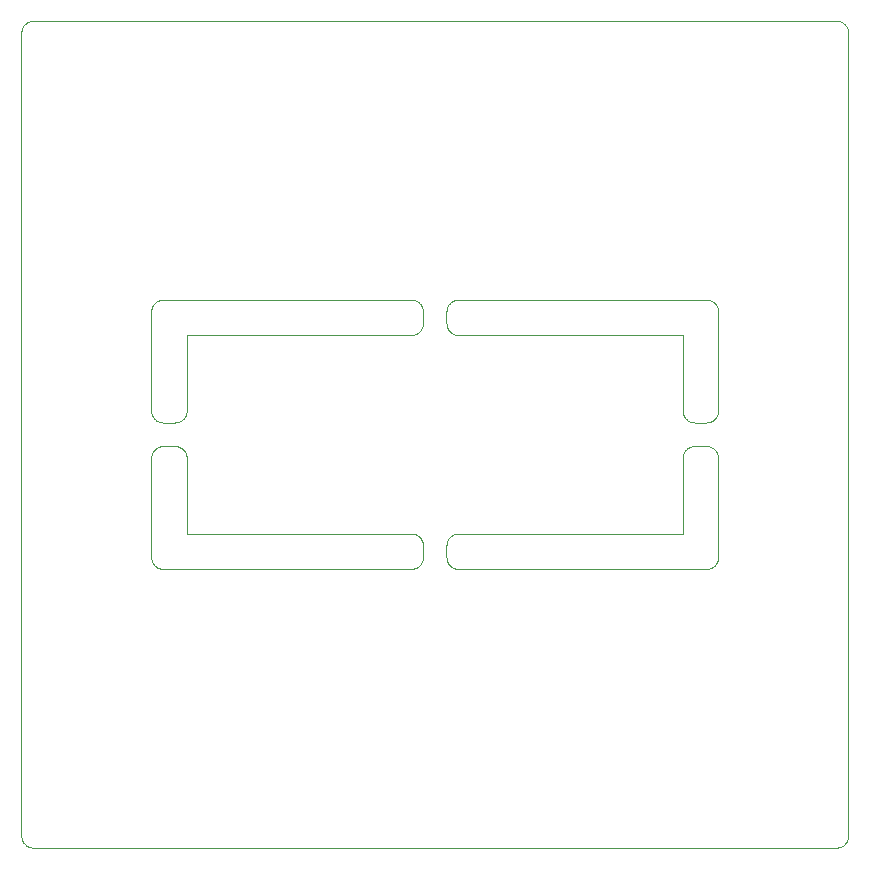
<source format=gm1>
G04 #@! TF.GenerationSoftware,KiCad,Pcbnew,8.0.7*
G04 #@! TF.CreationDate,2025-01-10T19:55:37-05:00*
G04 #@! TF.ProjectId,panel,70616e65-6c2e-46b6-9963-61645f706362,rev?*
G04 #@! TF.SameCoordinates,Original*
G04 #@! TF.FileFunction,Profile,NP*
%FSLAX46Y46*%
G04 Gerber Fmt 4.6, Leading zero omitted, Abs format (unit mm)*
G04 Created by KiCad (PCBNEW 8.0.7) date 2025-01-10 19:55:37*
%MOMM*%
%LPD*%
G01*
G04 APERTURE LIST*
G04 #@! TA.AperFunction,Profile*
%ADD10C,0.100000*%
G04 #@! TD*
G04 APERTURE END LIST*
D10*
X58989187Y-36852416D02*
X58995189Y-36901080D01*
X69012257Y-69999397D02*
X69085759Y-69995786D01*
X58980804Y-24404104D02*
X58989187Y-24452416D01*
X11443985Y-33831637D02*
X11403896Y-33803404D01*
X33998796Y-45450018D02*
X33995189Y-45498919D01*
X13998796Y-36949981D02*
X14000000Y-36999012D01*
X13514588Y-36142129D02*
X13556014Y-36168362D01*
X33634758Y-46173237D02*
X33596103Y-46203404D01*
X11901080Y-33995189D02*
X11852416Y-33989187D01*
X36756262Y-46370060D02*
X36709005Y-46356983D01*
X36029939Y-25843737D02*
X36019195Y-25795895D01*
X69110132Y-6612D02*
X69098012Y-5117D01*
X69545064Y-69837766D02*
X69555382Y-69831232D01*
X11010812Y-36852416D02*
X11019195Y-36804104D01*
X13098919Y-33995189D02*
X13050018Y-33998796D01*
X11043016Y-45690994D02*
X11029939Y-45643737D01*
X17417Y-69182974D02*
X19505Y-69195007D01*
X58050018Y-36001203D02*
X58098919Y-36004810D01*
X69982586Y-69182950D02*
X69993383Y-69110156D01*
X13050018Y-36001203D02*
X13098919Y-36004810D01*
X69301839Y-69952805D02*
X69371128Y-69928014D01*
X709826Y-69956658D02*
X721596Y-69959916D01*
X11142129Y-45914588D02*
X11117960Y-45871925D01*
X56662447Y-33941602D02*
X56616699Y-33923955D01*
X69994887Y-69097963D02*
X69995785Y-69085783D01*
X58556014Y-36168362D02*
X58596103Y-36196595D01*
X36901080Y-23604810D02*
X36949981Y-23601203D01*
X58941602Y-24262447D02*
X58956983Y-24309005D01*
X902036Y-69994887D02*
X914216Y-69995785D01*
X5117Y-69098012D02*
X6612Y-69110132D01*
X33243737Y-46370060D02*
X33195895Y-46380804D01*
X36258790Y-43728112D02*
X36292600Y-43692600D01*
X11709005Y-33956983D02*
X11662447Y-33941602D01*
X69982582Y-817025D02*
X69980494Y-804992D01*
X58147583Y-23610812D02*
X58195895Y-23619195D01*
X36292600Y-26307399D02*
X36258790Y-26271887D01*
X58098919Y-46395189D02*
X58050018Y-46398796D01*
X58707399Y-36292600D02*
X58741209Y-36328112D01*
X33556014Y-46231637D02*
X33514588Y-46257870D01*
X58634758Y-36226762D02*
X58671887Y-36258790D01*
X36999012Y-26600000D02*
X36949981Y-26598796D01*
X36168362Y-24043985D02*
X36196595Y-24003896D01*
X301968Y-284668D02*
X293123Y-293089D01*
X36365241Y-46173237D02*
X36328112Y-46141209D01*
X11019195Y-33195895D02*
X11010812Y-33147583D01*
X33514588Y-26457870D02*
X33471925Y-26482039D01*
X219693Y-69624555D02*
X227207Y-69634182D01*
X11443985Y-36168362D02*
X11485411Y-36142129D01*
X33995189Y-25698919D02*
X33989187Y-25747583D01*
X58195895Y-23619195D02*
X58243737Y-23629939D01*
X227238Y-69634220D02*
X235214Y-69643468D01*
X43341Y-709826D02*
X40083Y-721596D01*
X889843Y-6616D02*
X817049Y-17413D01*
X13970060Y-36756262D02*
X13980804Y-36804104D01*
X33671887Y-26341209D02*
X33634758Y-26373237D01*
X36043016Y-44109005D02*
X36058397Y-44062447D01*
X13923955Y-36616699D02*
X13941602Y-36662447D01*
X235231Y-69643486D02*
X284651Y-69698013D01*
X889867Y-69993387D02*
X901987Y-69994882D01*
X13556014Y-33831637D02*
X13514588Y-33857870D01*
X36365241Y-23826762D02*
X36403896Y-23796595D01*
X518098Y-69875624D02*
X528723Y-69881643D01*
X793005Y-22196D02*
X721619Y-40077D01*
X36019195Y-25795895D02*
X36010812Y-25747583D01*
X11292600Y-33707399D02*
X11258790Y-33671887D01*
X69980494Y-69195007D02*
X69982582Y-69182974D01*
X58882039Y-36528074D02*
X58904085Y-36571872D01*
X13243737Y-36029939D02*
X13290994Y-36043016D01*
X56365241Y-36226762D02*
X56403896Y-36196595D01*
X36196595Y-43803896D02*
X36226762Y-43765241D01*
X58998796Y-36949981D02*
X59000000Y-36999012D01*
X33707399Y-43692600D02*
X33741209Y-43728112D01*
X13882039Y-36528074D02*
X13904085Y-36571872D01*
X56804104Y-33980804D02*
X56756262Y-33970060D01*
X58803404Y-24003896D02*
X58831637Y-24043985D01*
X58857870Y-24085411D02*
X58882039Y-24128074D01*
X11443985Y-46231637D02*
X11403896Y-46203404D01*
X33923955Y-25983300D02*
X33904085Y-26028127D01*
X58904085Y-33428127D02*
X58882039Y-33471925D01*
X33383300Y-46323955D02*
X33337552Y-46341602D01*
X58741209Y-33671887D02*
X58707399Y-33707399D01*
X11403896Y-36196595D02*
X11443985Y-36168362D01*
X36528074Y-43517960D02*
X36571872Y-43495914D01*
X13514588Y-33857870D02*
X13471925Y-33882039D01*
X33923955Y-24216699D02*
X33941602Y-24262447D01*
X11999012Y-46400000D02*
X11949981Y-46398796D01*
X69824158Y-434572D02*
X69780321Y-375464D01*
X58634758Y-23826762D02*
X58671887Y-23858790D01*
X13741209Y-36328112D02*
X13773237Y-36365241D01*
X56058397Y-33337552D02*
X56043016Y-33290994D01*
X11328112Y-33741209D02*
X11292600Y-33707399D01*
X11949981Y-36001203D02*
X11999012Y-36000000D01*
X36001203Y-44349981D02*
X36004810Y-44301080D01*
X11019195Y-45595895D02*
X11010812Y-45547583D01*
X56043016Y-33290994D02*
X56029939Y-33243737D01*
X69382545Y-76389D02*
X69371151Y-71994D01*
X58995189Y-36901080D02*
X58998796Y-36949981D01*
X36949981Y-23601203D02*
X36999012Y-23600000D01*
X36095914Y-24171872D02*
X36117960Y-24128074D01*
X58941602Y-33337552D02*
X58923955Y-33383300D01*
X36756262Y-23629939D02*
X36804104Y-23619195D01*
X13941602Y-33337552D02*
X13923955Y-33383300D01*
X11852416Y-46389187D02*
X11804104Y-46380804D01*
X58050018Y-23601203D02*
X58098919Y-23604810D01*
X33147583Y-23610812D02*
X33195895Y-23619195D01*
X817049Y-69982586D02*
X889843Y-69993383D01*
X58383300Y-33923955D02*
X58337552Y-33941602D01*
X5112Y-902036D02*
X4214Y-914216D01*
X14000000Y-33000987D02*
X13998796Y-33050018D01*
X36571872Y-43495914D02*
X36616699Y-43476044D01*
X11010812Y-24452416D02*
X11019195Y-24404104D01*
X11571872Y-23695914D02*
X11616699Y-23676044D01*
X11616699Y-33923955D02*
X11571872Y-33904085D01*
X58471925Y-33882039D02*
X58428127Y-33904085D01*
X11949981Y-23601203D02*
X11999012Y-23600000D01*
X69881643Y-528723D02*
X69875624Y-518098D01*
X14000000Y-36999012D02*
X14000000Y-43387727D01*
X56029939Y-36756262D02*
X56043016Y-36709005D01*
X69371128Y-71985D02*
X69301839Y-47194D01*
X56852416Y-33989187D02*
X56804104Y-33980804D01*
X36004810Y-25698919D02*
X36001203Y-25650018D01*
X36485411Y-23742129D02*
X36528074Y-23717960D01*
X33243737Y-43429939D02*
X33290994Y-43443016D01*
X13904085Y-36571872D02*
X13923955Y-36616699D01*
X58998796Y-33050018D02*
X58995189Y-33098919D01*
X36117960Y-24128074D02*
X36142129Y-24085411D01*
X36485411Y-46257870D02*
X36443985Y-46231637D01*
X58970060Y-36756262D02*
X58980804Y-36804104D01*
X11043016Y-33290994D02*
X11029939Y-33243737D01*
X58882039Y-33471925D02*
X58857870Y-33514588D01*
X58923955Y-45783300D02*
X58904085Y-45828127D01*
X58741209Y-36328112D02*
X58773237Y-36365241D01*
X33956983Y-25890994D02*
X33941602Y-25937552D01*
X33741209Y-46071887D02*
X33707399Y-46107399D01*
X69182950Y-17413D02*
X69110156Y-6616D01*
X36571872Y-26504085D02*
X36528074Y-26482039D01*
X56000000Y-43387727D02*
X56000000Y-36999012D01*
X58831637Y-45956014D02*
X58803404Y-45996103D01*
X58634758Y-46173237D02*
X58596103Y-46203404D01*
X56010812Y-36852416D02*
X56019195Y-36804104D01*
X56709005Y-36043016D02*
X56756262Y-36029939D01*
X58773237Y-33634758D02*
X58741209Y-33671887D01*
X11001203Y-24549981D02*
X11004810Y-24501080D01*
X69999397Y-987742D02*
X69995786Y-914240D01*
X58980804Y-33195895D02*
X58970060Y-33243737D01*
X118356Y-69471276D02*
X124375Y-69481901D01*
X36004810Y-44301080D02*
X36010812Y-44252416D01*
X58290994Y-46356983D02*
X58243737Y-46370060D01*
X13773237Y-36365241D02*
X13803404Y-36403896D01*
X617409Y-76408D02*
X606244Y-81357D01*
X58147583Y-36010812D02*
X58195895Y-36019195D01*
X33050018Y-26598796D02*
X33000987Y-26600000D01*
X56095914Y-33428127D02*
X56076044Y-33383300D01*
X56076044Y-33383300D02*
X56058397Y-33337552D01*
X11365241Y-23826762D02*
X11403896Y-23796595D01*
X56616699Y-36076044D02*
X56662447Y-36058397D01*
X33882039Y-24128074D02*
X33904085Y-24171872D01*
X69887157Y-539675D02*
X69881666Y-528767D01*
X124388Y-69481923D02*
X162221Y-69545043D01*
X69206994Y-69977803D02*
X69278380Y-69959922D01*
X69195055Y-69980484D02*
X69206971Y-69977808D01*
X58471925Y-23717960D02*
X58514588Y-23742129D01*
X68987727Y0D02*
X1012272Y0D01*
X11403896Y-46203404D02*
X11365241Y-46173237D01*
X36616699Y-23676044D02*
X36662447Y-23658397D01*
X56258790Y-33671887D02*
X56226762Y-33634758D01*
X56403896Y-36196595D02*
X56443985Y-36168362D01*
X36117960Y-45871925D02*
X36095914Y-45828127D01*
X13290994Y-36043016D02*
X13337552Y-36058397D01*
X58995189Y-45498919D02*
X58989187Y-45547583D01*
X69471276Y-69881643D02*
X69481901Y-69875624D01*
X11196595Y-45996103D02*
X11168362Y-45956014D01*
X33000987Y-26600000D02*
X14012272Y-26600000D01*
X11095914Y-33428127D02*
X11076044Y-33383300D01*
X69471232Y-118333D02*
X69460324Y-112842D01*
X11901080Y-36004810D02*
X11949981Y-36001203D01*
X11662447Y-46341602D02*
X11616699Y-46323955D01*
X11756262Y-33970060D02*
X11709005Y-33956983D01*
X11168362Y-45956014D02*
X11142129Y-45914588D01*
X33514588Y-46257870D02*
X33471925Y-46282039D01*
X58995189Y-24501080D02*
X58998796Y-24549981D01*
X33195895Y-26580804D02*
X33147583Y-26589187D01*
X0Y-1012272D02*
X0Y-68987727D01*
X69393755Y-81357D02*
X69382590Y-76408D01*
X56443985Y-33831637D02*
X56403896Y-33803404D01*
X58195895Y-46380804D02*
X58147583Y-46389187D01*
X69643486Y-69764768D02*
X69698013Y-69715348D01*
X11999012Y-36000000D02*
X13000987Y-36000000D01*
X19515Y-69195055D02*
X22191Y-69206971D01*
X36709005Y-43443016D02*
X36756262Y-43429939D01*
X56328112Y-33741209D02*
X56292600Y-33707399D01*
X58428127Y-46304085D02*
X58383300Y-46323955D01*
X58596103Y-46203404D02*
X58556014Y-46231637D01*
X58707399Y-46107399D02*
X58671887Y-46141209D01*
X58243737Y-36029939D02*
X58290994Y-36043016D01*
X40077Y-721619D02*
X22196Y-793005D01*
X13831637Y-36443985D02*
X13857870Y-36485411D01*
X33941602Y-24262447D02*
X33956983Y-24309005D01*
X11804104Y-46380804D02*
X11756262Y-46370060D01*
X56226762Y-36365241D02*
X56258790Y-36328112D01*
X56403896Y-33803404D02*
X56365241Y-33773237D01*
X11029939Y-33243737D02*
X11019195Y-33195895D01*
X14000000Y-43387752D02*
X14000270Y-43398754D01*
X69831205Y-444576D02*
X69824173Y-434592D01*
X58000987Y-34000000D02*
X56999012Y-34000000D01*
X69980484Y-804944D02*
X69977808Y-793028D01*
X13857870Y-36485411D02*
X13882039Y-36528074D01*
X365817Y-69772792D02*
X375444Y-69780306D01*
X33556014Y-43568362D02*
X33596103Y-43596595D01*
X58773237Y-23965241D02*
X58803404Y-24003896D01*
X33980804Y-44204104D02*
X33989187Y-44252416D01*
X4214Y-69085783D02*
X5112Y-69097963D01*
X68987752Y-69999999D02*
X69012233Y-69999398D01*
X33904085Y-24171872D02*
X33923955Y-24216699D01*
X36043016Y-24309005D02*
X36058397Y-24262447D01*
X33857870Y-26114588D02*
X33831637Y-26156014D01*
X56095914Y-36571872D02*
X56117960Y-36528074D01*
X33671887Y-46141209D02*
X33634758Y-46173237D01*
X56485411Y-36142129D02*
X56528074Y-36117960D01*
X69012233Y-601D02*
X68987752Y0D01*
X36709005Y-26556983D02*
X36662447Y-26541602D01*
X33000987Y-23600000D02*
X33050018Y-23601203D01*
X33671887Y-43658790D02*
X33707399Y-43692600D01*
X69956644Y-709779D02*
X69952813Y-698183D01*
X11709005Y-36043016D02*
X11756262Y-36029939D01*
X58195895Y-33980804D02*
X58147583Y-33989187D01*
X33998796Y-24549981D02*
X34000000Y-24599012D01*
X36328112Y-23858790D02*
X36365241Y-23826762D01*
X33290994Y-46356983D02*
X33243737Y-46370060D01*
X33857870Y-24085411D02*
X33882039Y-24128074D01*
X58707399Y-33707399D02*
X58671887Y-33741209D01*
X36058397Y-25937552D02*
X36043016Y-25890994D01*
X14000000Y-26612272D02*
X14000000Y-33000987D01*
X69780321Y-69624535D02*
X69824158Y-69565427D01*
X69780306Y-375444D02*
X69772792Y-365817D01*
X33904085Y-26028127D02*
X33882039Y-26071925D01*
X69278380Y-40077D02*
X69206994Y-22196D01*
X33803404Y-45996103D02*
X33773237Y-46034758D01*
X58556014Y-33831637D02*
X58514588Y-33857870D01*
X11058397Y-33337552D02*
X11043016Y-33290994D01*
X36528074Y-23717960D02*
X36571872Y-23695914D01*
X13882039Y-33471925D02*
X13857870Y-33514588D01*
X56365241Y-33773237D02*
X56328112Y-33741209D01*
X69952805Y-698160D02*
X69928014Y-628871D01*
X11949981Y-33998796D02*
X11901080Y-33995189D01*
X36142129Y-43885411D02*
X36168362Y-43843985D01*
X36043016Y-25890994D02*
X36029939Y-25843737D01*
X11117960Y-33471925D02*
X11095914Y-33428127D01*
X11000000Y-36999012D02*
X11001203Y-36949981D01*
X56117960Y-36528074D02*
X56142129Y-36485411D01*
X539697Y-69887168D02*
X606222Y-69918632D01*
X69545043Y-162221D02*
X69481923Y-124388D01*
X13098919Y-36004810D02*
X13147583Y-36010812D01*
X33707399Y-23892600D02*
X33741209Y-23928112D01*
X13147583Y-33989187D02*
X13098919Y-33995189D01*
X58707399Y-23892600D02*
X58741209Y-23928112D01*
X33831637Y-45956014D02*
X33803404Y-45996103D01*
X11095914Y-45828127D02*
X11076044Y-45783300D01*
X36117960Y-26071925D02*
X36095914Y-26028127D01*
X13998796Y-33050018D02*
X13995189Y-33098919D01*
X33428127Y-23695914D02*
X33471925Y-23717960D01*
X33882039Y-43928074D02*
X33904085Y-43971872D01*
X56196595Y-36403896D02*
X56226762Y-36365241D01*
X34000000Y-24599012D02*
X34000000Y-25600987D01*
X33707399Y-26307399D02*
X33671887Y-26341209D01*
X36403896Y-23796595D02*
X36443985Y-23768362D01*
X71985Y-628871D02*
X47194Y-698160D01*
X36095914Y-45828127D02*
X36076044Y-45783300D01*
X69706876Y-293089D02*
X69698031Y-284668D01*
X13980804Y-36804104D02*
X13989187Y-36852416D01*
X33195895Y-43419195D02*
X33243737Y-43429939D01*
X11058397Y-36662447D02*
X11076044Y-36616699D01*
X36571872Y-23695914D02*
X36616699Y-23676044D01*
X13596103Y-36196595D02*
X13634758Y-36226762D01*
X11949981Y-46398796D02*
X11901080Y-46395189D01*
X36443985Y-26431637D02*
X36403896Y-26403404D01*
X69923591Y-617409D02*
X69918642Y-606244D01*
X58671887Y-46141209D02*
X58634758Y-46173237D01*
X81367Y-69393777D02*
X112831Y-69460302D01*
X58000987Y-23600000D02*
X58050018Y-23601203D01*
X13337552Y-33941602D02*
X13290994Y-33956983D01*
X11095914Y-24171872D02*
X11117960Y-24128074D01*
X33970060Y-45643737D02*
X33956983Y-45690994D01*
X58514588Y-46257870D02*
X58471925Y-46282039D01*
X13195895Y-36019195D02*
X13243737Y-36029939D01*
X69555382Y-168767D02*
X69545064Y-162233D01*
X33337552Y-43458397D02*
X33383300Y-43476044D01*
X13707399Y-36292600D02*
X13741209Y-36328112D01*
X58243737Y-33970060D02*
X58195895Y-33980804D01*
X11117960Y-36528074D02*
X11142129Y-36485411D01*
X11076044Y-33383300D02*
X11058397Y-33337552D01*
X56000000Y-33000987D02*
X56000000Y-26612272D01*
X76408Y-69382590D02*
X81357Y-69393755D01*
X58904085Y-45828127D02*
X58882039Y-45871925D01*
X69098012Y-69994882D02*
X69110132Y-69993387D01*
X11571872Y-33904085D02*
X11528074Y-33882039D01*
X11662447Y-23658397D02*
X11709005Y-23643016D01*
X709779Y-43355D02*
X698183Y-47186D01*
X70000000Y-68987727D02*
X70000000Y-1012272D01*
X69923610Y-69382545D02*
X69928005Y-69371151D01*
X33471925Y-26482039D02*
X33428127Y-26504085D01*
X36076044Y-25983300D02*
X36058397Y-25937552D01*
X11258790Y-23928112D02*
X11292600Y-23892600D01*
X11019195Y-36804104D02*
X11029939Y-36756262D01*
X33803404Y-26196103D02*
X33773237Y-26234758D01*
X33956983Y-24309005D02*
X33970060Y-24356262D01*
X58989187Y-45547583D02*
X58980804Y-45595895D01*
X56756262Y-33970060D02*
X56709005Y-33956983D01*
X55999999Y-26612247D02*
X55999729Y-26601245D01*
X11029939Y-45643737D02*
X11019195Y-45595895D01*
X33050018Y-43401203D02*
X33098919Y-43404810D01*
X69097963Y-5112D02*
X69085783Y-4214D01*
X58471925Y-36117960D02*
X58514588Y-36142129D01*
X36142129Y-45914588D02*
X36117960Y-45871925D01*
X36076044Y-45783300D02*
X36058397Y-45737552D01*
X56004810Y-33098919D02*
X56001203Y-33050018D01*
X11528074Y-33882039D02*
X11485411Y-33857870D01*
X13831637Y-33556014D02*
X13803404Y-33596103D01*
X56949981Y-33998796D02*
X56901080Y-33995189D01*
X11616699Y-36076044D02*
X11662447Y-36058397D01*
X36196595Y-45996103D02*
X36168362Y-45956014D01*
X69824173Y-69565407D02*
X69831205Y-69555423D01*
X69875624Y-69481901D02*
X69881643Y-69471276D01*
X14012272Y-43400000D02*
X33000987Y-43400000D01*
X69290220Y-69956644D02*
X69301816Y-69952813D01*
X33243737Y-26570060D02*
X33195895Y-26580804D01*
X33098919Y-26595189D02*
X33050018Y-26598796D01*
X33000987Y-46400000D02*
X11999012Y-46400000D01*
X58998796Y-24549981D02*
X59000000Y-24599012D01*
X69634220Y-69772761D02*
X69643468Y-69764785D01*
X11258790Y-46071887D02*
X11226762Y-46034758D01*
X56196595Y-33596103D02*
X56168362Y-33556014D01*
X11485411Y-36142129D02*
X11528074Y-36117960D01*
X11852416Y-23610812D02*
X11901080Y-23604810D01*
X33989187Y-25747583D02*
X33980804Y-25795895D01*
X33773237Y-46034758D02*
X33741209Y-46071887D01*
X33773237Y-26234758D02*
X33741209Y-26271887D01*
X33904085Y-43971872D02*
X33923955Y-44016699D01*
X69182974Y-69982582D02*
X69195007Y-69980494D01*
X219678Y-375464D02*
X175841Y-434572D01*
X36004810Y-45498919D02*
X36001203Y-45450018D01*
X33290994Y-23643016D02*
X33337552Y-23658397D01*
X17413Y-817049D02*
X6616Y-889843D01*
X69715348Y-69698013D02*
X69764768Y-69643486D01*
X987766Y-69999398D02*
X1012247Y-69999999D01*
X11000000Y-45400987D02*
X11000000Y-36999012D01*
X721596Y-40083D02*
X709826Y-43341D01*
X58428127Y-33904085D02*
X58383300Y-33923955D01*
X36000000Y-44399012D02*
X36001203Y-44349981D01*
X56117960Y-33471925D02*
X56095914Y-33428127D01*
X34000000Y-44399012D02*
X34000000Y-45400987D01*
X112831Y-539697D02*
X81367Y-606222D01*
X162233Y-69545064D02*
X168767Y-69555382D01*
X11999012Y-23600000D02*
X33000987Y-23600000D01*
X804944Y-19515D02*
X793028Y-22191D01*
X69993387Y-69110132D02*
X69994882Y-69098012D01*
X36662447Y-26541602D02*
X36616699Y-26523955D01*
X539675Y-112842D02*
X528767Y-118333D01*
X13000987Y-34000000D02*
X11999012Y-34000000D01*
X36756262Y-43429939D02*
X36804104Y-43419195D01*
X36709005Y-23643016D02*
X36756262Y-23629939D01*
X11616699Y-23676044D02*
X11662447Y-23658397D01*
X69643468Y-235214D02*
X69634220Y-227238D01*
X69371151Y-69928005D02*
X69382545Y-69923610D01*
X33514588Y-23742129D02*
X33556014Y-23768362D01*
X606222Y-81367D02*
X539697Y-112831D01*
X293089Y-293123D02*
X284668Y-301968D01*
X33290994Y-43443016D02*
X33337552Y-43458397D01*
X11004810Y-45498919D02*
X11001203Y-45450018D01*
X6616Y-69110156D02*
X17413Y-69182950D01*
X58514588Y-33857870D02*
X58471925Y-33882039D01*
X721619Y-69959922D02*
X793005Y-69977803D01*
X33428127Y-26504085D02*
X33383300Y-26523955D01*
X33634758Y-23826762D02*
X33671887Y-23858790D01*
X69994882Y-901987D02*
X69993387Y-889867D01*
X33147583Y-26589187D02*
X33098919Y-26595189D01*
X33995189Y-44301080D02*
X33998796Y-44349981D01*
X33596103Y-43596595D02*
X33634758Y-43626762D01*
X56226762Y-33634758D02*
X56196595Y-33596103D01*
X69460302Y-112831D02*
X69393777Y-81367D01*
X69764785Y-69643468D02*
X69772761Y-69634220D01*
X58956983Y-33290994D02*
X58941602Y-33337552D01*
X804992Y-69980494D02*
X817025Y-69982582D01*
X454956Y-69837778D02*
X518076Y-69875611D01*
X168794Y-69555423D02*
X175826Y-69565407D01*
X36292600Y-23892600D02*
X36328112Y-23858790D01*
X33857870Y-45914588D02*
X33831637Y-45956014D01*
X118333Y-528767D02*
X112842Y-539675D01*
X11528074Y-23717960D02*
X11571872Y-23695914D01*
X11000000Y-24599012D02*
X11001203Y-24549981D01*
X36029939Y-45643737D02*
X36019195Y-45595895D01*
X11196595Y-24003896D02*
X11226762Y-23965241D01*
X36443985Y-23768362D02*
X36485411Y-23742129D01*
X13857870Y-33514588D02*
X13831637Y-33556014D01*
X11292600Y-36292600D02*
X11328112Y-36258790D01*
X36226762Y-26234758D02*
X36196595Y-26196103D01*
X58904085Y-36571872D02*
X58923955Y-36616699D01*
X13471925Y-33882039D02*
X13428127Y-33904085D01*
X69993383Y-889843D02*
X69982586Y-817049D01*
X365779Y-227238D02*
X356531Y-235214D01*
X375444Y-219693D02*
X365817Y-227207D01*
X11004810Y-24501080D02*
X11010812Y-24452416D01*
X33471925Y-23717960D02*
X33514588Y-23742129D01*
X6612Y-889867D02*
X5117Y-901987D01*
X58831637Y-33556014D02*
X58803404Y-33596103D01*
X36043016Y-45690994D02*
X36029939Y-45643737D01*
X11662447Y-36058397D02*
X11709005Y-36043016D01*
X36226762Y-23965241D02*
X36258790Y-23928112D01*
X528767Y-69881666D02*
X539675Y-69887157D01*
X33989187Y-44252416D02*
X33995189Y-44301080D01*
X434572Y-175841D02*
X375464Y-219678D01*
X58671887Y-33741209D02*
X58634758Y-33773237D01*
X36528074Y-46282039D02*
X36485411Y-46257870D01*
X36949981Y-26598796D02*
X36901080Y-26595189D01*
X11528074Y-46282039D02*
X11485411Y-46257870D01*
X33989187Y-24452416D02*
X33995189Y-24501080D01*
X58923955Y-33383300D02*
X58904085Y-33428127D01*
X13970060Y-33243737D02*
X13956983Y-33290994D01*
X56168362Y-33556014D02*
X56142129Y-33514588D01*
X36804104Y-23619195D02*
X36852416Y-23610812D01*
X36403896Y-26403404D02*
X36365241Y-26373237D01*
X56019195Y-33195895D02*
X56010812Y-33147583D01*
X56142129Y-33514588D02*
X56117960Y-33471925D01*
X58831637Y-24043985D02*
X58857870Y-24085411D01*
X36662447Y-23658397D02*
X36709005Y-23643016D01*
X227207Y-365817D02*
X219693Y-375444D01*
X58098919Y-23604810D02*
X58147583Y-23610812D01*
X162221Y-454956D02*
X124388Y-518076D01*
X36142129Y-26114588D02*
X36117960Y-26071925D01*
X69085759Y-4213D02*
X69012257Y-602D01*
X69772761Y-365779D02*
X69764785Y-356531D01*
X36901080Y-26595189D02*
X36852416Y-26589187D01*
X36095914Y-43971872D02*
X36117960Y-43928074D01*
X36196595Y-26196103D02*
X36168362Y-26156014D01*
X11000000Y-33000987D02*
X11000000Y-24599012D01*
X14001245Y-43399729D02*
X14012247Y-43399999D01*
X33998796Y-25650018D02*
X33995189Y-25698919D01*
X13941602Y-36662447D02*
X13956983Y-36709005D01*
X33773237Y-23965241D02*
X33803404Y-24003896D01*
X56485411Y-33857870D02*
X56443985Y-33831637D01*
X58337552Y-33941602D02*
X58290994Y-33956983D01*
X36852416Y-46389187D02*
X36804104Y-46380804D01*
X36709005Y-46356983D02*
X36662447Y-46341602D01*
X36443985Y-43568362D02*
X36485411Y-43542129D01*
X69110156Y-69993383D02*
X69182950Y-69982586D01*
X11076044Y-24216699D02*
X11095914Y-24171872D01*
X34000000Y-25600987D02*
X33998796Y-25650018D01*
X58290994Y-33956983D02*
X58243737Y-33970060D01*
X13989187Y-33147583D02*
X13980804Y-33195895D01*
X36095914Y-26028127D02*
X36076044Y-25983300D01*
X36029939Y-24356262D02*
X36043016Y-24309005D01*
X33243737Y-23629939D02*
X33290994Y-23643016D01*
X69887168Y-69460302D02*
X69918632Y-69393777D01*
X13634758Y-36226762D02*
X13671887Y-36258790D01*
X58098919Y-33995189D02*
X58050018Y-33998796D01*
X69634182Y-227207D02*
X69624555Y-219693D01*
X69085783Y-69995785D02*
X69097963Y-69994887D01*
X56571872Y-36095914D02*
X56616699Y-36076044D01*
X58195895Y-36019195D02*
X58243737Y-36029939D01*
X36258790Y-26271887D02*
X36226762Y-26234758D01*
X33904085Y-45828127D02*
X33882039Y-45871925D01*
X69555423Y-69831205D02*
X69565407Y-69824173D01*
X36999012Y-23600000D02*
X58000987Y-23600000D01*
X33882039Y-26071925D02*
X33857870Y-26114588D01*
X11058397Y-24262447D02*
X11076044Y-24216699D01*
X33831637Y-43843985D02*
X33857870Y-43885411D01*
X69565407Y-175826D02*
X69555423Y-168794D01*
X11528074Y-36117960D02*
X11571872Y-36095914D01*
X56168362Y-36443985D02*
X56196595Y-36403896D01*
X11804104Y-36019195D02*
X11852416Y-36010812D01*
X69195007Y-19505D02*
X69182974Y-17417D01*
X69772792Y-69634182D02*
X69780306Y-69624555D01*
X13383300Y-36076044D02*
X13428127Y-36095914D01*
X69977808Y-69206971D02*
X69980484Y-69195055D01*
X58671887Y-36258790D02*
X58707399Y-36292600D01*
X69918632Y-606222D02*
X69887168Y-539697D01*
X58857870Y-33514588D02*
X58831637Y-33556014D01*
X33941602Y-44062447D02*
X33956983Y-44109005D01*
X33923955Y-45783300D02*
X33904085Y-45828127D01*
X11142129Y-33514588D02*
X11117960Y-33471925D01*
X58831637Y-36443985D02*
X58857870Y-36485411D01*
X36196595Y-24003896D02*
X36226762Y-23965241D01*
X817025Y-17417D02*
X804992Y-19505D01*
X33831637Y-26156014D02*
X33803404Y-26196103D01*
X528723Y-118356D02*
X518098Y-124375D01*
X11010812Y-33147583D02*
X11004810Y-33098919D01*
X375464Y-69780321D02*
X434572Y-69824158D01*
X58882039Y-24128074D02*
X58904085Y-24171872D01*
X56616699Y-33923955D02*
X56571872Y-33904085D01*
X69952813Y-69301816D02*
X69956644Y-69290220D01*
X47186Y-698183D02*
X43355Y-709779D01*
X293123Y-69706910D02*
X301968Y-69715331D01*
X33596103Y-23796595D02*
X33634758Y-23826762D01*
X11616699Y-46323955D02*
X11571872Y-46304085D01*
X11709005Y-46356983D02*
X11662447Y-46341602D01*
X36804104Y-43419195D02*
X36852416Y-43410812D01*
X33337552Y-23658397D02*
X33383300Y-23676044D01*
X13803404Y-36403896D02*
X13831637Y-36443985D01*
X58803404Y-36403896D02*
X58831637Y-36443985D01*
X33941602Y-45737552D02*
X33923955Y-45783300D01*
X36328112Y-26341209D02*
X36292600Y-26307399D01*
X69715331Y-301968D02*
X69706910Y-293123D01*
X901987Y-5117D02*
X889867Y-6612D01*
X56901080Y-36004810D02*
X56949981Y-36001203D01*
X11029939Y-24356262D02*
X11043016Y-24309005D01*
X1012272Y-70000000D02*
X68987727Y-70000000D01*
X58857870Y-45914588D02*
X58831637Y-45956014D01*
X58773237Y-46034758D02*
X58741209Y-46071887D01*
X36901080Y-46395189D02*
X36852416Y-46389187D01*
X58980804Y-45595895D02*
X58970060Y-45643737D01*
X33596103Y-26403404D02*
X33556014Y-26431637D01*
X13596103Y-33803404D02*
X13556014Y-33831637D01*
X698183Y-69952813D02*
X709779Y-69956644D01*
X69290173Y-43341D02*
X69278403Y-40083D01*
X14000270Y-26601245D02*
X14000000Y-26612247D01*
X36292600Y-43692600D02*
X36328112Y-43658790D01*
X36949981Y-43401203D02*
X36999012Y-43400000D01*
X13050018Y-33998796D02*
X13000987Y-34000000D01*
X11226762Y-36365241D02*
X11258790Y-36328112D01*
X36901080Y-43404810D02*
X36949981Y-43401203D01*
X33383300Y-26523955D02*
X33337552Y-26541602D01*
X11852416Y-36010812D02*
X11901080Y-36004810D01*
X13428127Y-33904085D02*
X13383300Y-33923955D01*
X56001203Y-36949981D02*
X56004810Y-36901080D01*
X58383300Y-36076044D02*
X58428127Y-36095914D01*
X58290994Y-23643016D02*
X58337552Y-23658397D01*
X36485411Y-26457870D02*
X36443985Y-26431637D01*
X11258790Y-33671887D02*
X11226762Y-33634758D01*
X58995189Y-33098919D02*
X58989187Y-33147583D01*
X11168362Y-24043985D02*
X11196595Y-24003896D01*
X33050018Y-23601203D02*
X33098919Y-23604810D01*
X58050018Y-33998796D02*
X58000987Y-34000000D01*
X58989187Y-33147583D02*
X58980804Y-33195895D01*
X56001203Y-33050018D02*
X56000000Y-33000987D01*
X56292600Y-36292600D02*
X56328112Y-36258790D01*
X58970060Y-24356262D02*
X58980804Y-24404104D01*
X356513Y-235231D02*
X301986Y-284651D01*
X56571872Y-33904085D02*
X56528074Y-33882039D01*
X33970060Y-25843737D02*
X33956983Y-25890994D01*
X168767Y-444617D02*
X162233Y-454935D01*
X13741209Y-33671887D02*
X13707399Y-33707399D01*
X69301816Y-47186D02*
X69290220Y-43355D01*
X56004810Y-36901080D02*
X56010812Y-36852416D01*
X33989187Y-45547583D02*
X33980804Y-45595895D01*
X58970060Y-45643737D02*
X58956983Y-45690994D01*
X33556014Y-23768362D02*
X33596103Y-23796595D01*
X11029939Y-36756262D02*
X11043016Y-36709005D01*
X13904085Y-33428127D02*
X13882039Y-33471925D01*
X11852416Y-33989187D02*
X11804104Y-33980804D01*
X58514588Y-23742129D02*
X58556014Y-23768362D01*
X33337552Y-46341602D02*
X33290994Y-46356983D01*
X602Y-69012257D02*
X4213Y-69085759D01*
X36403896Y-43596595D02*
X36443985Y-43568362D01*
X36949981Y-46398796D02*
X36901080Y-46395189D01*
X33147583Y-46389187D02*
X33098919Y-46395189D01*
X13337552Y-36058397D02*
X13383300Y-36076044D01*
X69881666Y-69471232D02*
X69887157Y-69460324D01*
X56852416Y-36010812D02*
X56901080Y-36004810D01*
X58471925Y-46282039D02*
X58428127Y-46304085D01*
X11756262Y-46370060D02*
X11709005Y-46356983D01*
X36571872Y-46304085D02*
X36528074Y-46282039D01*
X69977803Y-793005D02*
X69959922Y-721619D01*
X33671887Y-23858790D02*
X33707399Y-23892600D01*
X33741209Y-43728112D02*
X33773237Y-43765241D01*
X11328112Y-23858790D02*
X11365241Y-23826762D01*
X69831232Y-69555382D02*
X69837766Y-69545064D01*
X69928005Y-628848D02*
X69923610Y-617454D01*
X13671887Y-33741209D02*
X13634758Y-33773237D01*
X56019195Y-36804104D02*
X56029939Y-36756262D01*
X11709005Y-23643016D02*
X11756262Y-23629939D01*
X58634758Y-33773237D02*
X58596103Y-33803404D01*
X43355Y-69290220D02*
X47186Y-69301816D01*
X56756262Y-36029939D02*
X56804104Y-36019195D01*
X11365241Y-36226762D02*
X11403896Y-36196595D01*
X58803404Y-33596103D02*
X58773237Y-33634758D01*
X33882039Y-45871925D02*
X33857870Y-45914588D01*
X11443985Y-23768362D02*
X11485411Y-23742129D01*
X36662447Y-43458397D02*
X36709005Y-43443016D01*
X33857870Y-43885411D02*
X33882039Y-43928074D01*
X58000987Y-36000000D02*
X58050018Y-36001203D01*
X58596103Y-36196595D02*
X58634758Y-36226762D01*
X11485411Y-46257870D02*
X11443985Y-46231637D01*
X58803404Y-45996103D02*
X58773237Y-46034758D01*
X11117960Y-24128074D02*
X11142129Y-24085411D01*
X36000000Y-24599012D02*
X36001203Y-24549981D01*
X628871Y-69928014D02*
X698160Y-69952805D01*
X36999012Y-46400000D02*
X36949981Y-46398796D01*
X11999012Y-34000000D02*
X11949981Y-33998796D01*
X36010812Y-24452416D02*
X36019195Y-24404104D01*
X628848Y-71994D02*
X617454Y-76389D01*
X36756262Y-26570060D02*
X36709005Y-26556983D01*
X36117960Y-43928074D02*
X36142129Y-43885411D01*
X13956983Y-36709005D02*
X13970060Y-36756262D01*
X13147583Y-36010812D02*
X13195895Y-36019195D01*
X69278403Y-69959916D02*
X69290173Y-69956658D01*
X69481923Y-69875611D02*
X69545043Y-69837778D01*
X11196595Y-36403896D02*
X11226762Y-36365241D01*
X284651Y-301986D02*
X235231Y-356513D01*
X36852416Y-26589187D02*
X36804104Y-26580804D01*
X36852416Y-23610812D02*
X36901080Y-23604810D01*
X13556014Y-36168362D02*
X13596103Y-36196595D01*
X914240Y-69995786D02*
X987742Y-69999397D01*
X58383300Y-23676044D02*
X58428127Y-23695914D01*
X56662447Y-36058397D02*
X56709005Y-36043016D01*
X1012247Y0D02*
X987766Y-601D01*
X36328112Y-46141209D02*
X36292600Y-46107399D01*
X36000000Y-25600987D02*
X36000000Y-24599012D01*
X58956983Y-45690994D02*
X58941602Y-45737552D01*
X36804104Y-26580804D02*
X36756262Y-26570060D01*
X58857870Y-36485411D02*
X58882039Y-36528074D01*
X58989187Y-24452416D02*
X58995189Y-24501080D01*
X33741209Y-23928112D02*
X33773237Y-23965241D01*
X56804104Y-36019195D02*
X56852416Y-36010812D01*
X56010812Y-33147583D02*
X56004810Y-33098919D01*
X11226762Y-23965241D02*
X11258790Y-23928112D01*
X69460324Y-69887157D02*
X69471232Y-69881666D01*
X454935Y-162233D02*
X444617Y-168767D01*
X58980804Y-36804104D02*
X58989187Y-36852416D01*
X58941602Y-45737552D02*
X58923955Y-45783300D01*
X13634758Y-33773237D02*
X13596103Y-33803404D01*
X36365241Y-26373237D02*
X36328112Y-26341209D01*
X58383300Y-46323955D02*
X58337552Y-46341602D01*
X175841Y-69565427D02*
X219678Y-69624535D01*
X40083Y-69278403D02*
X43341Y-69290173D01*
X301986Y-69715348D02*
X356513Y-69764768D01*
X69624555Y-69780306D02*
X69634182Y-69772792D01*
X11403896Y-33803404D02*
X11365241Y-33773237D01*
X13290994Y-33956983D02*
X13243737Y-33970060D01*
X33556014Y-26431637D02*
X33514588Y-26457870D01*
X58050018Y-46398796D02*
X58000987Y-46400000D01*
X33596103Y-46203404D02*
X33556014Y-46231637D01*
X11226762Y-33634758D02*
X11196595Y-33596103D01*
X13956983Y-33290994D02*
X13941602Y-33337552D01*
X33995189Y-45498919D02*
X33989187Y-45547583D01*
X36010812Y-45547583D02*
X36004810Y-45498919D01*
X33147583Y-43410812D02*
X33195895Y-43419195D01*
X58596103Y-23796595D02*
X58634758Y-23826762D01*
X56258790Y-36328112D02*
X56292600Y-36292600D01*
X56000000Y-36999012D02*
X56001203Y-36949981D01*
X69481901Y-124375D02*
X69471276Y-118356D01*
X36019195Y-45595895D02*
X36010812Y-45547583D01*
X11365241Y-33773237D02*
X11328112Y-33741209D01*
X11571872Y-46304085D02*
X11528074Y-46282039D01*
X33428127Y-43495914D02*
X33471925Y-43517960D01*
X33956983Y-45690994D02*
X33941602Y-45737552D01*
X69956658Y-69290173D02*
X69959916Y-69278403D01*
X11058397Y-45737552D02*
X11043016Y-45690994D01*
X11226762Y-46034758D02*
X11196595Y-45996103D01*
X58671887Y-23858790D02*
X58707399Y-23892600D01*
X33000987Y-43400000D02*
X33050018Y-43401203D01*
X33471925Y-43517960D02*
X33514588Y-43542129D01*
X58556014Y-46231637D02*
X58514588Y-46257870D01*
X11328112Y-36258790D02*
X11365241Y-36226762D01*
X69393777Y-69918632D02*
X69460302Y-69887168D01*
X13383300Y-33923955D02*
X13337552Y-33941602D01*
X33050018Y-46398796D02*
X33000987Y-46400000D01*
X13707399Y-33707399D02*
X13671887Y-33741209D01*
X33980804Y-25795895D02*
X33970060Y-25843737D01*
X19505Y-804992D02*
X17417Y-817025D01*
X33098919Y-43404810D02*
X33147583Y-43410812D01*
X4213Y-914240D02*
X602Y-987742D01*
X11571872Y-36095914D02*
X11616699Y-36076044D01*
X58998796Y-45450018D02*
X58995189Y-45498919D01*
X33098919Y-23604810D02*
X33147583Y-23610812D01*
X33383300Y-43476044D02*
X33428127Y-43495914D01*
X11019195Y-24404104D02*
X11029939Y-24356262D01*
X58556014Y-23768362D02*
X58596103Y-23796595D01*
X56043016Y-36709005D02*
X56058397Y-36662447D01*
X11804104Y-23619195D02*
X11852416Y-23610812D01*
X13995189Y-36901080D02*
X13998796Y-36949981D01*
X59000000Y-24599012D02*
X59000000Y-33000987D01*
X55987752Y-43399999D02*
X55998754Y-43399729D01*
X33980804Y-45595895D02*
X33970060Y-45643737D01*
X55998754Y-26600270D02*
X55987752Y-26600000D01*
X58956983Y-24309005D02*
X58970060Y-24356262D01*
X698160Y-47194D02*
X628871Y-71985D01*
X58923955Y-36616699D02*
X58941602Y-36662447D01*
X69624535Y-219678D02*
X69565427Y-175841D01*
X11004810Y-33098919D02*
X11001203Y-33050018D01*
X56528074Y-33882039D02*
X56485411Y-33857870D01*
X36001203Y-24549981D02*
X36004810Y-24501080D01*
X36001203Y-45450018D02*
X36000000Y-45400987D01*
X33956983Y-44109005D02*
X33970060Y-44156262D01*
X33923955Y-44016699D02*
X33941602Y-44062447D01*
X601Y-987766D02*
X0Y-1012247D01*
X11196595Y-33596103D02*
X11168362Y-33556014D01*
X58773237Y-36365241D02*
X58803404Y-36403896D01*
X14012247Y-26600000D02*
X14001245Y-26600270D01*
X36076044Y-44016699D02*
X36095914Y-43971872D01*
X33941602Y-25937552D02*
X33923955Y-25983300D01*
X11001203Y-33050018D02*
X11000000Y-33000987D01*
X56058397Y-36662447D02*
X56076044Y-36616699D01*
X36999012Y-43400000D02*
X55987727Y-43400000D01*
X33995189Y-24501080D02*
X33998796Y-24549981D01*
X34000000Y-45400987D02*
X33998796Y-45450018D01*
X36001203Y-25650018D02*
X36000000Y-25600987D01*
X69928014Y-69371128D02*
X69952805Y-69301839D01*
X36292600Y-46107399D02*
X36258790Y-46071887D01*
X124375Y-518098D02*
X118356Y-528723D01*
X13671887Y-36258790D02*
X13707399Y-36292600D01*
X58428127Y-23695914D02*
X58471925Y-23717960D01*
X58000987Y-46400000D02*
X36999012Y-46400000D01*
X69959922Y-69278380D02*
X69977803Y-69206994D01*
X13471925Y-36117960D02*
X13514588Y-36142129D01*
X235214Y-356531D02*
X227238Y-365779D01*
X11043016Y-36709005D02*
X11058397Y-36662447D01*
X22196Y-69206994D02*
X40077Y-69278380D01*
X58956983Y-36709005D02*
X58970060Y-36756262D01*
X58741209Y-23928112D02*
X58773237Y-23965241D01*
X284668Y-69698031D02*
X293089Y-69706876D01*
X11756262Y-23629939D02*
X11804104Y-23619195D01*
X33514588Y-43542129D02*
X33556014Y-43568362D01*
X33634758Y-43626762D02*
X33671887Y-43658790D01*
X36058397Y-44062447D02*
X36076044Y-44016699D01*
X36010812Y-44252416D02*
X36019195Y-44204104D01*
X13000987Y-36000000D02*
X13050018Y-36001203D01*
X69999398Y-69012233D02*
X69999999Y-68987752D01*
X59000000Y-45400987D02*
X58998796Y-45450018D01*
X0Y-68987752D02*
X601Y-69012233D01*
X518076Y-124388D02*
X454956Y-162221D01*
X56142129Y-36485411D02*
X56168362Y-36443985D01*
X36616699Y-26523955D02*
X36571872Y-26504085D01*
X914216Y-4214D02*
X902036Y-5112D01*
X58243737Y-46370060D02*
X58195895Y-46380804D01*
X36852416Y-43410812D02*
X36901080Y-43404810D01*
X13428127Y-36095914D02*
X13471925Y-36117960D01*
X58147583Y-33989187D02*
X58098919Y-33995189D01*
X33428127Y-46304085D02*
X33383300Y-46323955D01*
X11756262Y-36029939D02*
X11804104Y-36019195D01*
X13773237Y-33634758D02*
X13741209Y-33671887D01*
X55987727Y-26600000D02*
X36999012Y-26600000D01*
X36168362Y-45956014D02*
X36142129Y-45914588D01*
X33471925Y-46282039D02*
X33428127Y-46304085D01*
X76389Y-617454D02*
X71994Y-628848D01*
X13980804Y-33195895D02*
X13970060Y-33243737D01*
X11901080Y-46395189D02*
X11852416Y-46389187D01*
X987742Y-602D02*
X914240Y-4213D01*
X33803404Y-43803896D02*
X33831637Y-43843985D01*
X356531Y-69764785D02*
X365779Y-69772761D01*
X444617Y-69831232D02*
X454935Y-69837766D01*
X33831637Y-24043985D02*
X33857870Y-24085411D01*
X11258790Y-36328112D02*
X11292600Y-36292600D01*
X11662447Y-33941602D02*
X11616699Y-33923955D01*
X11010812Y-45547583D02*
X11004810Y-45498919D01*
X58970060Y-33243737D02*
X58956983Y-33290994D01*
X11142129Y-36485411D02*
X11168362Y-36443985D01*
X444576Y-168794D02*
X434592Y-175826D01*
X33741209Y-26271887D02*
X33707399Y-26307399D01*
X22191Y-793028D02*
X19515Y-804944D01*
X56029939Y-33243737D02*
X56019195Y-33195895D01*
X55999729Y-43398754D02*
X55999999Y-43387752D01*
X33980804Y-24404104D02*
X33989187Y-24452416D01*
X11328112Y-46141209D02*
X11292600Y-46107399D01*
X112842Y-69460324D02*
X118333Y-69471232D01*
X69959916Y-721596D02*
X69956658Y-709826D01*
X58337552Y-36058397D02*
X58383300Y-36076044D01*
X56443985Y-36168362D02*
X56485411Y-36142129D01*
X36328112Y-43658790D02*
X36365241Y-43626762D01*
X69837778Y-69545043D02*
X69875611Y-69481923D01*
X11292600Y-23892600D02*
X11328112Y-23858790D01*
X11001203Y-45450018D02*
X11000000Y-45400987D01*
X69875611Y-518076D02*
X69837778Y-454956D01*
X36365241Y-43626762D02*
X36403896Y-43596595D01*
X56076044Y-36616699D02*
X56095914Y-36571872D01*
X11076044Y-36616699D02*
X11095914Y-36571872D01*
X58098919Y-36004810D02*
X58147583Y-36010812D01*
X11804104Y-33980804D02*
X11756262Y-33970060D01*
X58337552Y-46341602D02*
X58290994Y-46356983D01*
X58290994Y-36043016D02*
X58337552Y-36058397D01*
X36226762Y-46034758D02*
X36196595Y-45996103D01*
X56949981Y-36001203D02*
X56999012Y-36000000D01*
X33195895Y-46380804D02*
X33147583Y-46389187D01*
X33290994Y-26556983D02*
X33243737Y-26570060D01*
X56999012Y-34000000D02*
X56949981Y-33998796D01*
X58741209Y-46071887D02*
X58707399Y-46107399D01*
X36019195Y-44204104D02*
X36029939Y-44156262D01*
X36029939Y-44156262D02*
X36043016Y-44109005D01*
X36443985Y-46231637D02*
X36403896Y-46203404D01*
X69999999Y-1012247D02*
X69999398Y-987766D01*
X58147583Y-46389187D02*
X58098919Y-46395189D01*
X36019195Y-24404104D02*
X36029939Y-24356262D01*
X69698031Y-69715331D02*
X69706876Y-69706910D01*
X36168362Y-43843985D02*
X36196595Y-43803896D01*
X36485411Y-43542129D02*
X36528074Y-43517960D01*
X33970060Y-44156262D02*
X33980804Y-44204104D01*
X36004810Y-24501080D02*
X36010812Y-24452416D01*
X33383300Y-23676044D02*
X33428127Y-23695914D01*
X11168362Y-36443985D02*
X11196595Y-36403896D01*
X69918642Y-69393755D02*
X69923591Y-69382590D01*
X81357Y-606244D02*
X76408Y-617409D01*
X11292600Y-46107399D02*
X11258790Y-46071887D01*
X33773237Y-43765241D02*
X33803404Y-43803896D01*
X33970060Y-24356262D02*
X33980804Y-24404104D01*
X33337552Y-26541602D02*
X33290994Y-26556983D01*
X58904085Y-24171872D02*
X58923955Y-24216699D01*
X58428127Y-36095914D02*
X58471925Y-36117960D01*
X606244Y-69918642D02*
X617409Y-69923591D01*
X793028Y-69977808D02*
X804944Y-69980484D01*
X56709005Y-33956983D02*
X56662447Y-33941602D01*
X36258790Y-46071887D02*
X36226762Y-46034758D01*
X36000000Y-45400987D02*
X36000000Y-44399012D01*
X11365241Y-46173237D02*
X11328112Y-46141209D01*
X58514588Y-36142129D02*
X58556014Y-36168362D01*
X36804104Y-46380804D02*
X36756262Y-46370060D01*
X58941602Y-36662447D02*
X58956983Y-36709005D01*
X13995189Y-33098919D02*
X13989187Y-33147583D01*
X58882039Y-45871925D02*
X58857870Y-45914588D01*
X13195895Y-33980804D02*
X13147583Y-33989187D01*
X13803404Y-33596103D02*
X13773237Y-33634758D01*
X36076044Y-24216699D02*
X36095914Y-24171872D01*
X36142129Y-24085411D02*
X36168362Y-24043985D01*
X11117960Y-45871925D02*
X11095914Y-45828127D01*
X59000000Y-33000987D02*
X58998796Y-33050018D01*
X47194Y-69301839D02*
X71985Y-69371128D01*
X36226762Y-43765241D02*
X36258790Y-43728112D01*
X56901080Y-33995189D02*
X56852416Y-33989187D01*
X11901080Y-23604810D02*
X11949981Y-23601203D01*
X56328112Y-36258790D02*
X56365241Y-36226762D01*
X36616699Y-43476044D02*
X36662447Y-43458397D01*
X33195895Y-23619195D02*
X33243737Y-23629939D01*
X11095914Y-36571872D02*
X11117960Y-36528074D01*
X69382590Y-69923591D02*
X69393755Y-69918642D01*
X58337552Y-23658397D02*
X58383300Y-23676044D01*
X13243737Y-33970060D02*
X13195895Y-33980804D01*
X33634758Y-26373237D02*
X33596103Y-26403404D01*
X434592Y-69824173D02*
X444576Y-69831205D01*
X11076044Y-45783300D02*
X11058397Y-45737552D01*
X59000000Y-36999012D02*
X59000000Y-45400987D01*
X36058397Y-24262447D02*
X36076044Y-24216699D01*
X13989187Y-36852416D02*
X13995189Y-36901080D01*
X69565427Y-69824158D02*
X69624535Y-69780321D01*
X69995785Y-914216D02*
X69994887Y-902036D01*
X11004810Y-36901080D02*
X11010812Y-36852416D01*
X175826Y-434592D02*
X168794Y-444576D01*
X11001203Y-36949981D02*
X11004810Y-36901080D01*
X11403896Y-23796595D02*
X11443985Y-23768362D01*
X11043016Y-24309005D02*
X11058397Y-24262447D01*
X33707399Y-46107399D02*
X33671887Y-46141209D01*
X58596103Y-33803404D02*
X58556014Y-33831637D01*
X33803404Y-24003896D02*
X33831637Y-24043985D01*
X36662447Y-46341602D02*
X36616699Y-46323955D01*
X71994Y-69371151D02*
X76389Y-69382545D01*
X33998796Y-44349981D02*
X34000000Y-44399012D01*
X56292600Y-33707399D02*
X56258790Y-33671887D01*
X11485411Y-33857870D02*
X11443985Y-33831637D01*
X69764768Y-356513D02*
X69715348Y-301986D01*
X36528074Y-26482039D02*
X36485411Y-26457870D01*
X36616699Y-46323955D02*
X36571872Y-46304085D01*
X11142129Y-24085411D02*
X11168362Y-24043985D01*
X13923955Y-33383300D02*
X13904085Y-33428127D01*
X69698013Y-284651D02*
X69643486Y-235231D01*
X69206971Y-22191D02*
X69195055Y-19515D01*
X58243737Y-23629939D02*
X58290994Y-23643016D01*
X58923955Y-24216699D02*
X58941602Y-24262447D01*
X56999012Y-36000000D02*
X58000987Y-36000000D01*
X36010812Y-25747583D02*
X36004810Y-25698919D01*
X11485411Y-23742129D02*
X11528074Y-23717960D01*
X56528074Y-36117960D02*
X56571872Y-36095914D01*
X69837766Y-454935D02*
X69831232Y-444617D01*
X36403896Y-46203404D02*
X36365241Y-46173237D01*
X69995786Y-69085759D02*
X69999397Y-69012257D01*
X36258790Y-23928112D02*
X36292600Y-23892600D01*
X69706910Y-69706876D02*
X69715331Y-69698031D01*
X11168362Y-33556014D02*
X11142129Y-33514588D01*
X36168362Y-26156014D02*
X36142129Y-26114588D01*
X617454Y-69923610D02*
X628848Y-69928005D01*
X36058397Y-45737552D02*
X36043016Y-45690994D01*
X33098919Y-46395189D02*
X33050018Y-46398796D01*
M02*

</source>
